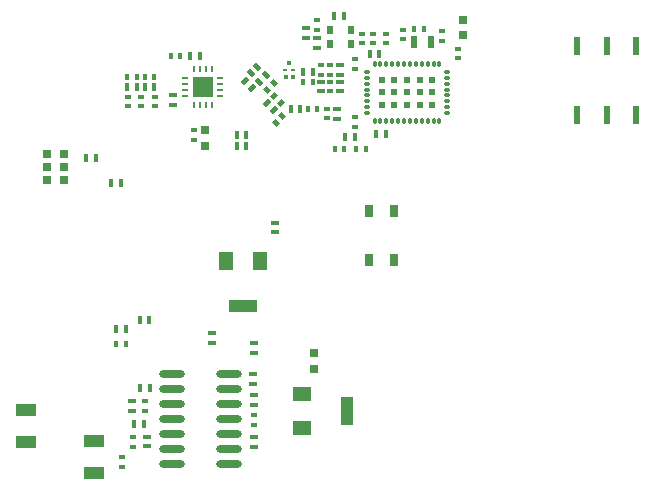
<source format=gtp>
G04 Layer_Color=8421504*
%FSLAX25Y25*%
%MOIN*%
G70*
G01*
G75*
%ADD11R,0.01417X0.02598*%
%ADD12R,0.02598X0.01417*%
G04:AMPARAMS|DCode=13|XSize=14.17mil|YSize=25.98mil|CornerRadius=0mil|HoleSize=0mil|Usage=FLASHONLY|Rotation=315.000|XOffset=0mil|YOffset=0mil|HoleType=Round|Shape=Rectangle|*
%AMROTATEDRECTD13*
4,1,4,-0.01420,-0.00418,0.00418,0.01420,0.01420,0.00418,-0.00418,-0.01420,-0.01420,-0.00418,0.0*
%
%ADD13ROTATEDRECTD13*%

%ADD14R,0.03150X0.03150*%
%ADD15R,0.01969X0.01575*%
%ADD16R,0.01575X0.01969*%
G04:AMPARAMS|DCode=17|XSize=14.17mil|YSize=25.98mil|CornerRadius=0mil|HoleSize=0mil|Usage=FLASHONLY|Rotation=225.000|XOffset=0mil|YOffset=0mil|HoleType=Round|Shape=Rectangle|*
%AMROTATEDRECTD17*
4,1,4,-0.00418,0.01420,0.01420,-0.00418,0.00418,-0.01420,-0.01420,0.00418,-0.00418,0.01420,0.0*
%
%ADD17ROTATEDRECTD17*%

G04:AMPARAMS|DCode=18|XSize=15.75mil|YSize=19.69mil|CornerRadius=0mil|HoleSize=0mil|Usage=FLASHONLY|Rotation=45.000|XOffset=0mil|YOffset=0mil|HoleType=Round|Shape=Rectangle|*
%AMROTATEDRECTD18*
4,1,4,0.00139,-0.01253,-0.01253,0.00139,-0.00139,0.01253,0.01253,-0.00139,0.00139,-0.01253,0.0*
%
%ADD18ROTATEDRECTD18*%

%ADD19R,0.03150X0.02559*%
%ADD20R,0.02362X0.00984*%
%ADD21R,0.00984X0.02362*%
%ADD22R,0.06693X0.06693*%
%ADD23R,0.01280X0.01673*%
%ADD24R,0.01673X0.00984*%
G04:AMPARAMS|DCode=25|XSize=15.75mil|YSize=19.69mil|CornerRadius=0mil|HoleSize=0mil|Usage=FLASHONLY|Rotation=315.000|XOffset=0mil|YOffset=0mil|HoleType=Round|Shape=Rectangle|*
%AMROTATEDRECTD25*
4,1,4,-0.01253,-0.00139,0.00139,0.01253,0.01253,0.00139,-0.00139,-0.01253,-0.01253,-0.00139,0.0*
%
%ADD25ROTATEDRECTD25*%

G04:AMPARAMS|DCode=26|XSize=19.69mil|YSize=11.81mil|CornerRadius=1.77mil|HoleSize=0mil|Usage=FLASHONLY|Rotation=0.000|XOffset=0mil|YOffset=0mil|HoleType=Round|Shape=RoundedRectangle|*
%AMROUNDEDRECTD26*
21,1,0.01969,0.00827,0,0,0.0*
21,1,0.01615,0.01181,0,0,0.0*
1,1,0.00354,0.00807,-0.00413*
1,1,0.00354,-0.00807,-0.00413*
1,1,0.00354,-0.00807,0.00413*
1,1,0.00354,0.00807,0.00413*
%
%ADD26ROUNDEDRECTD26*%
G04:AMPARAMS|DCode=27|XSize=19.69mil|YSize=11.81mil|CornerRadius=1.77mil|HoleSize=0mil|Usage=FLASHONLY|Rotation=90.000|XOffset=0mil|YOffset=0mil|HoleType=Round|Shape=RoundedRectangle|*
%AMROUNDEDRECTD27*
21,1,0.01969,0.00827,0,0,90.0*
21,1,0.01615,0.01181,0,0,90.0*
1,1,0.00354,0.00413,0.00807*
1,1,0.00354,0.00413,-0.00807*
1,1,0.00354,-0.00413,-0.00807*
1,1,0.00354,-0.00413,0.00807*
%
%ADD27ROUNDEDRECTD27*%
G04:AMPARAMS|DCode=28|XSize=19.69mil|YSize=19.69mil|CornerRadius=2.95mil|HoleSize=0mil|Usage=FLASHONLY|Rotation=0.000|XOffset=0mil|YOffset=0mil|HoleType=Round|Shape=RoundedRectangle|*
%AMROUNDEDRECTD28*
21,1,0.01969,0.01378,0,0,0.0*
21,1,0.01378,0.01969,0,0,0.0*
1,1,0.00591,0.00689,-0.00689*
1,1,0.00591,-0.00689,-0.00689*
1,1,0.00591,-0.00689,0.00689*
1,1,0.00591,0.00689,0.00689*
%
%ADD28ROUNDEDRECTD28*%
%ADD29R,0.02362X0.03150*%
%ADD30R,0.02559X0.04134*%
%ADD31R,0.02362X0.04331*%
%ADD32R,0.06693X0.04331*%
%ADD33O,0.08661X0.02362*%
%ADD34R,0.02362X0.06299*%
%ADD35R,0.05118X0.05906*%
%ADD36R,0.09449X0.04331*%
%ADD37R,0.05906X0.05118*%
%ADD38R,0.04331X0.09449*%
D11*
X188468Y194961D02*
D03*
X191696D02*
D03*
X217012Y186693D02*
D03*
X220240D02*
D03*
X155004Y212481D02*
D03*
X158232D02*
D03*
X143074Y202441D02*
D03*
X139846D02*
D03*
X137169D02*
D03*
X133941D02*
D03*
X192602Y207166D02*
D03*
X195830D02*
D03*
X131938Y170454D02*
D03*
X128710D02*
D03*
X173783Y182756D02*
D03*
X170555D02*
D03*
X173783Y186299D02*
D03*
X170555D02*
D03*
X206775Y185512D02*
D03*
X210003D02*
D03*
X206263Y226063D02*
D03*
X203035D02*
D03*
X218074Y213465D02*
D03*
X214846D02*
D03*
X123610Y178736D02*
D03*
X120382D02*
D03*
X139642Y89961D02*
D03*
X136414D02*
D03*
X138382Y102047D02*
D03*
X141610D02*
D03*
X138154Y124535D02*
D03*
X141382D02*
D03*
X133579Y121693D02*
D03*
X130351D02*
D03*
D12*
X204059Y195000D02*
D03*
Y191772D02*
D03*
X149334Y196300D02*
D03*
Y199528D02*
D03*
X197366Y218622D02*
D03*
Y215394D02*
D03*
X193626Y221969D02*
D03*
Y218741D02*
D03*
X204846Y200827D02*
D03*
Y204055D02*
D03*
Y209567D02*
D03*
Y206339D02*
D03*
X135705Y97480D02*
D03*
Y94252D02*
D03*
X140705Y82520D02*
D03*
Y85748D02*
D03*
X176138Y116850D02*
D03*
Y113622D02*
D03*
X176098Y106535D02*
D03*
Y103307D02*
D03*
X176165Y99653D02*
D03*
Y96425D02*
D03*
Y82409D02*
D03*
Y85637D02*
D03*
X162319Y117047D02*
D03*
Y120275D02*
D03*
X183224Y157047D02*
D03*
Y153819D02*
D03*
X198547Y200827D02*
D03*
Y204055D02*
D03*
D13*
X182956Y194607D02*
D03*
X180674Y196889D02*
D03*
X173390Y204173D02*
D03*
X175672Y201891D02*
D03*
D14*
X107190Y171336D02*
D03*
X113096D02*
D03*
Y180136D02*
D03*
X107190D02*
D03*
X113096Y175736D02*
D03*
X107190D02*
D03*
D15*
X220200Y219961D02*
D03*
Y216811D02*
D03*
X156224Y187874D02*
D03*
Y184724D02*
D03*
X138507Y199095D02*
D03*
Y195945D02*
D03*
X143232Y199095D02*
D03*
Y195945D02*
D03*
X134177Y199095D02*
D03*
Y195945D02*
D03*
X200515Y194961D02*
D03*
Y191811D02*
D03*
X244216Y215040D02*
D03*
Y211890D02*
D03*
X239098Y220945D02*
D03*
Y217795D02*
D03*
X216067Y219961D02*
D03*
Y216811D02*
D03*
X212326Y219961D02*
D03*
Y216811D02*
D03*
X197366Y224489D02*
D03*
Y221339D02*
D03*
X226106D02*
D03*
Y218189D02*
D03*
X209964Y192205D02*
D03*
Y189055D02*
D03*
Y211496D02*
D03*
Y208346D02*
D03*
X201696Y200866D02*
D03*
Y204016D02*
D03*
Y206378D02*
D03*
Y209528D02*
D03*
X198547Y206378D02*
D03*
Y209528D02*
D03*
X140082Y94397D02*
D03*
Y97547D02*
D03*
X135902Y85591D02*
D03*
Y82441D02*
D03*
X132319Y75709D02*
D03*
Y78859D02*
D03*
X176138Y89685D02*
D03*
Y92835D02*
D03*
D16*
X139885Y205591D02*
D03*
X143035D02*
D03*
X133980D02*
D03*
X137130D02*
D03*
X151697Y212481D02*
D03*
X148547D02*
D03*
X194216Y194961D02*
D03*
X197366D02*
D03*
X232799Y221732D02*
D03*
X229649D02*
D03*
X206421Y181575D02*
D03*
X203271D02*
D03*
X213508D02*
D03*
X210358D02*
D03*
X192641Y204016D02*
D03*
X195791D02*
D03*
X133500Y116654D02*
D03*
X130350D02*
D03*
D17*
X180396Y206141D02*
D03*
X178114Y203859D02*
D03*
X177444Y209094D02*
D03*
X175162Y206812D02*
D03*
D18*
X180701Y201327D02*
D03*
X182929Y203555D02*
D03*
X185684Y192532D02*
D03*
X183456Y190304D02*
D03*
D19*
X159964Y187874D02*
D03*
Y182756D02*
D03*
X245791Y219567D02*
D03*
Y224685D02*
D03*
X196138Y108386D02*
D03*
Y113504D02*
D03*
D20*
X165082Y199291D02*
D03*
Y201260D02*
D03*
Y203229D02*
D03*
Y205197D02*
D03*
X153271Y199291D02*
D03*
Y201260D02*
D03*
Y203229D02*
D03*
Y205197D02*
D03*
D21*
X162129Y196339D02*
D03*
X160161D02*
D03*
X158192D02*
D03*
X156224D02*
D03*
Y208150D02*
D03*
X158192D02*
D03*
X160161D02*
D03*
X162129D02*
D03*
D22*
X159176Y202244D02*
D03*
D23*
X189246Y205640D02*
D03*
X186982D02*
D03*
X188114Y210266D02*
D03*
D24*
X189443Y207953D02*
D03*
X186785D02*
D03*
D25*
X183063Y199224D02*
D03*
X185291Y196996D02*
D03*
D26*
X213901Y207363D02*
D03*
Y205394D02*
D03*
Y203426D02*
D03*
Y201457D02*
D03*
Y199489D02*
D03*
Y197520D02*
D03*
Y195552D02*
D03*
Y193583D02*
D03*
X240673D02*
D03*
Y195552D02*
D03*
Y197520D02*
D03*
Y199489D02*
D03*
Y201457D02*
D03*
Y203426D02*
D03*
Y205394D02*
D03*
Y207363D02*
D03*
D27*
X216460Y191024D02*
D03*
X218429D02*
D03*
X220397D02*
D03*
X222366D02*
D03*
X224334D02*
D03*
X226303D02*
D03*
X228271D02*
D03*
X230240D02*
D03*
X232208D02*
D03*
X234177D02*
D03*
X236145D02*
D03*
X238114D02*
D03*
Y209922D02*
D03*
X236145D02*
D03*
X234177D02*
D03*
X232208D02*
D03*
X230240D02*
D03*
X228271D02*
D03*
X226303D02*
D03*
X224334D02*
D03*
X222366D02*
D03*
X220397D02*
D03*
X218429D02*
D03*
X216460D02*
D03*
D28*
X218941Y204804D02*
D03*
X223114Y200473D02*
D03*
X227287Y204804D02*
D03*
X223114D02*
D03*
X218941Y200473D02*
D03*
X227287D02*
D03*
X218941Y196142D02*
D03*
X223114D02*
D03*
X227287D02*
D03*
X231460D02*
D03*
Y200473D02*
D03*
Y204804D02*
D03*
X235633Y196142D02*
D03*
Y200473D02*
D03*
Y204804D02*
D03*
D29*
X201500Y216615D02*
D03*
X208586D02*
D03*
Y221339D02*
D03*
X201500D02*
D03*
D30*
X222986Y160919D02*
D03*
Y144581D02*
D03*
X214522Y160919D02*
D03*
Y144581D02*
D03*
D31*
X229649Y217402D02*
D03*
X235161D02*
D03*
D32*
X122970Y84331D02*
D03*
Y73701D02*
D03*
X100172Y84016D02*
D03*
Y94646D02*
D03*
D33*
X167791Y76575D02*
D03*
Y81575D02*
D03*
Y86575D02*
D03*
Y91575D02*
D03*
Y96575D02*
D03*
Y101575D02*
D03*
Y106575D02*
D03*
X148894Y76575D02*
D03*
Y81575D02*
D03*
Y86575D02*
D03*
Y91575D02*
D03*
Y96575D02*
D03*
Y101575D02*
D03*
Y106575D02*
D03*
D34*
X284051Y193071D02*
D03*
X303736D02*
D03*
X293894D02*
D03*
Y215905D02*
D03*
X303736D02*
D03*
X284051D02*
D03*
D35*
X178421Y144370D02*
D03*
X167004D02*
D03*
D36*
X172713Y129409D02*
D03*
D37*
X192280Y100039D02*
D03*
Y88622D02*
D03*
D38*
X207240Y94331D02*
D03*
M02*

</source>
